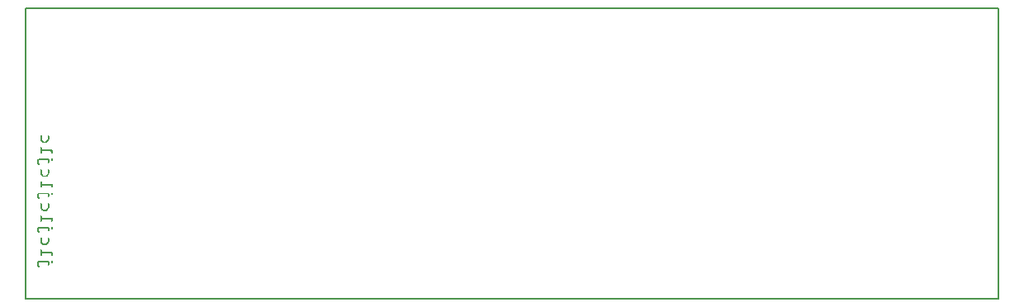
<source format=gbo>
G04 MADE WITH FRITZING*
G04 WWW.FRITZING.ORG*
G04 DOUBLE SIDED*
G04 HOLES PLATED*
G04 CONTOUR ON CENTER OF CONTOUR VECTOR*
%ASAXBY*%
%FSLAX23Y23*%
%MOIN*%
%OFA0B0*%
%SFA1.0B1.0*%
%ADD10R,3.937010X1.181100X3.921010X1.165100*%
%ADD11C,0.008000*%
%ADD12R,0.001000X0.001000*%
%LNSILK0*%
G90*
G70*
G54D11*
X4Y1177D02*
X3933Y1177D01*
X3933Y4D01*
X4Y4D01*
X4Y1177D01*
D02*
G54D12*
X67Y664D02*
X68Y664D01*
X97Y664D02*
X97Y664D01*
X65Y663D02*
X69Y663D01*
X95Y663D02*
X99Y663D01*
X65Y662D02*
X70Y662D01*
X94Y662D02*
X99Y662D01*
X65Y661D02*
X70Y661D01*
X94Y661D02*
X100Y661D01*
X65Y660D02*
X70Y660D01*
X94Y660D02*
X100Y660D01*
X65Y659D02*
X70Y659D01*
X94Y659D02*
X100Y659D01*
X65Y658D02*
X70Y658D01*
X94Y658D02*
X100Y658D01*
X65Y657D02*
X70Y657D01*
X94Y657D02*
X100Y657D01*
X65Y656D02*
X70Y656D01*
X94Y656D02*
X100Y656D01*
X65Y655D02*
X70Y655D01*
X94Y655D02*
X100Y655D01*
X65Y654D02*
X70Y654D01*
X94Y654D02*
X100Y654D01*
X65Y653D02*
X70Y653D01*
X94Y653D02*
X100Y653D01*
X65Y652D02*
X70Y652D01*
X94Y652D02*
X100Y652D01*
X65Y651D02*
X70Y651D01*
X94Y651D02*
X100Y651D01*
X65Y650D02*
X70Y650D01*
X94Y650D02*
X100Y650D01*
X65Y649D02*
X70Y649D01*
X94Y649D02*
X100Y649D01*
X65Y648D02*
X70Y648D01*
X94Y648D02*
X100Y648D01*
X65Y647D02*
X70Y647D01*
X94Y647D02*
X100Y647D01*
X65Y646D02*
X70Y646D01*
X94Y646D02*
X99Y646D01*
X65Y645D02*
X71Y645D01*
X93Y645D02*
X99Y645D01*
X65Y644D02*
X72Y644D01*
X92Y644D02*
X99Y644D01*
X66Y643D02*
X73Y643D01*
X91Y643D02*
X98Y643D01*
X66Y642D02*
X74Y642D01*
X90Y642D02*
X98Y642D01*
X67Y641D02*
X75Y641D01*
X90Y641D02*
X97Y641D01*
X68Y640D02*
X75Y640D01*
X89Y640D02*
X96Y640D01*
X69Y639D02*
X78Y639D01*
X86Y639D02*
X95Y639D01*
X70Y638D02*
X95Y638D01*
X71Y637D02*
X94Y637D01*
X71Y636D02*
X93Y636D01*
X72Y635D02*
X92Y635D01*
X74Y634D02*
X90Y634D01*
X76Y633D02*
X88Y633D01*
X67Y615D02*
X67Y615D01*
X65Y614D02*
X69Y614D01*
X65Y613D02*
X70Y613D01*
X65Y612D02*
X70Y612D01*
X65Y611D02*
X70Y611D01*
X65Y610D02*
X70Y610D01*
X65Y609D02*
X70Y609D01*
X65Y608D02*
X70Y608D01*
X65Y607D02*
X70Y607D01*
X65Y606D02*
X70Y606D01*
X65Y605D02*
X112Y605D01*
X65Y604D02*
X113Y604D01*
X65Y603D02*
X113Y603D01*
X65Y602D02*
X113Y602D01*
X65Y601D02*
X113Y601D01*
X65Y600D02*
X113Y600D01*
X65Y599D02*
X70Y599D01*
X107Y599D02*
X113Y599D01*
X65Y598D02*
X70Y598D01*
X108Y598D02*
X113Y598D01*
X65Y597D02*
X70Y597D01*
X108Y597D02*
X113Y597D01*
X65Y596D02*
X70Y596D01*
X108Y596D02*
X113Y596D01*
X65Y595D02*
X70Y595D01*
X108Y595D02*
X113Y595D01*
X65Y594D02*
X70Y594D01*
X108Y594D02*
X113Y594D01*
X65Y593D02*
X70Y593D01*
X108Y593D02*
X113Y593D01*
X65Y592D02*
X70Y592D01*
X108Y592D02*
X113Y592D01*
X65Y591D02*
X69Y591D01*
X108Y591D02*
X112Y591D01*
X67Y590D02*
X68Y590D01*
X110Y590D02*
X111Y590D01*
X58Y569D02*
X98Y569D01*
X110Y569D02*
X114Y569D01*
X56Y568D02*
X99Y568D01*
X108Y568D02*
X115Y568D01*
X54Y567D02*
X99Y567D01*
X108Y567D02*
X115Y567D01*
X53Y566D02*
X100Y566D01*
X108Y566D02*
X116Y566D01*
X53Y565D02*
X100Y565D01*
X108Y565D02*
X116Y565D01*
X52Y564D02*
X100Y564D01*
X108Y564D02*
X116Y564D01*
X52Y563D02*
X100Y563D01*
X108Y563D02*
X116Y563D01*
X51Y562D02*
X58Y562D01*
X94Y562D02*
X100Y562D01*
X108Y562D02*
X115Y562D01*
X51Y561D02*
X57Y561D01*
X94Y561D02*
X100Y561D01*
X108Y561D02*
X115Y561D01*
X51Y560D02*
X57Y560D01*
X94Y560D02*
X100Y560D01*
X110Y560D02*
X114Y560D01*
X51Y559D02*
X57Y559D01*
X94Y559D02*
X100Y559D01*
X51Y558D02*
X57Y558D01*
X94Y558D02*
X100Y558D01*
X51Y557D02*
X57Y557D01*
X94Y557D02*
X100Y557D01*
X51Y556D02*
X57Y556D01*
X94Y556D02*
X100Y556D01*
X51Y555D02*
X57Y555D01*
X94Y555D02*
X100Y555D01*
X51Y554D02*
X57Y554D01*
X94Y554D02*
X100Y554D01*
X51Y553D02*
X57Y553D01*
X94Y553D02*
X99Y553D01*
X51Y552D02*
X57Y552D01*
X95Y552D02*
X99Y552D01*
X52Y551D02*
X58Y551D01*
X95Y551D02*
X98Y551D01*
X52Y550D02*
X60Y550D01*
X52Y549D02*
X61Y549D01*
X53Y548D02*
X62Y548D01*
X54Y547D02*
X62Y547D01*
X55Y546D02*
X62Y546D01*
X56Y545D02*
X61Y545D01*
X66Y526D02*
X69Y526D01*
X96Y526D02*
X98Y526D01*
X65Y525D02*
X69Y525D01*
X95Y525D02*
X99Y525D01*
X65Y524D02*
X70Y524D01*
X94Y524D02*
X99Y524D01*
X65Y523D02*
X70Y523D01*
X94Y523D02*
X100Y523D01*
X65Y522D02*
X70Y522D01*
X94Y522D02*
X100Y522D01*
X65Y521D02*
X70Y521D01*
X94Y521D02*
X100Y521D01*
X65Y520D02*
X70Y520D01*
X94Y520D02*
X100Y520D01*
X65Y519D02*
X70Y519D01*
X94Y519D02*
X100Y519D01*
X65Y518D02*
X70Y518D01*
X94Y518D02*
X100Y518D01*
X65Y517D02*
X70Y517D01*
X94Y517D02*
X100Y517D01*
X65Y516D02*
X70Y516D01*
X94Y516D02*
X100Y516D01*
X65Y515D02*
X70Y515D01*
X94Y515D02*
X100Y515D01*
X65Y514D02*
X70Y514D01*
X94Y514D02*
X100Y514D01*
X65Y513D02*
X70Y513D01*
X94Y513D02*
X100Y513D01*
X65Y512D02*
X70Y512D01*
X94Y512D02*
X100Y512D01*
X65Y511D02*
X70Y511D01*
X94Y511D02*
X100Y511D01*
X65Y510D02*
X70Y510D01*
X94Y510D02*
X100Y510D01*
X65Y509D02*
X70Y509D01*
X94Y509D02*
X99Y509D01*
X65Y508D02*
X71Y508D01*
X93Y508D02*
X99Y508D01*
X65Y507D02*
X72Y507D01*
X93Y507D02*
X99Y507D01*
X65Y506D02*
X72Y506D01*
X92Y506D02*
X99Y506D01*
X66Y505D02*
X73Y505D01*
X91Y505D02*
X98Y505D01*
X67Y504D02*
X74Y504D01*
X90Y504D02*
X98Y504D01*
X67Y503D02*
X75Y503D01*
X89Y503D02*
X97Y503D01*
X68Y502D02*
X76Y502D01*
X88Y502D02*
X96Y502D01*
X69Y501D02*
X95Y501D01*
X70Y500D02*
X94Y500D01*
X71Y499D02*
X93Y499D01*
X72Y498D02*
X92Y498D01*
X73Y497D02*
X91Y497D01*
X75Y496D02*
X90Y496D01*
X66Y477D02*
X68Y477D01*
X65Y476D02*
X69Y476D01*
X65Y475D02*
X70Y475D01*
X65Y474D02*
X70Y474D01*
X65Y473D02*
X70Y473D01*
X65Y472D02*
X70Y472D01*
X65Y471D02*
X70Y471D01*
X65Y470D02*
X70Y470D01*
X65Y469D02*
X70Y469D01*
X65Y468D02*
X111Y468D01*
X65Y467D02*
X112Y467D01*
X65Y466D02*
X113Y466D01*
X65Y465D02*
X113Y465D01*
X65Y464D02*
X113Y464D01*
X65Y463D02*
X113Y463D01*
X65Y462D02*
X113Y462D01*
X65Y461D02*
X70Y461D01*
X108Y461D02*
X113Y461D01*
X65Y460D02*
X70Y460D01*
X108Y460D02*
X113Y460D01*
X65Y459D02*
X70Y459D01*
X108Y459D02*
X113Y459D01*
X65Y458D02*
X70Y458D01*
X108Y458D02*
X113Y458D01*
X65Y457D02*
X70Y457D01*
X108Y457D02*
X113Y457D01*
X65Y456D02*
X70Y456D01*
X108Y456D02*
X113Y456D01*
X65Y455D02*
X70Y455D01*
X108Y455D02*
X113Y455D01*
X65Y454D02*
X69Y454D01*
X108Y454D02*
X113Y454D01*
X66Y453D02*
X69Y453D01*
X109Y453D02*
X112Y453D01*
X57Y431D02*
X98Y431D01*
X109Y431D02*
X114Y431D01*
X55Y430D02*
X99Y430D01*
X108Y430D02*
X115Y430D01*
X54Y429D02*
X99Y429D01*
X108Y429D02*
X116Y429D01*
X53Y428D02*
X100Y428D01*
X108Y428D02*
X116Y428D01*
X52Y427D02*
X100Y427D01*
X108Y427D02*
X116Y427D01*
X52Y426D02*
X100Y426D01*
X108Y426D02*
X116Y426D01*
X52Y425D02*
X58Y425D01*
X94Y425D02*
X100Y425D01*
X108Y425D02*
X116Y425D01*
X51Y424D02*
X57Y424D01*
X94Y424D02*
X100Y424D01*
X108Y424D02*
X115Y424D01*
X51Y423D02*
X57Y423D01*
X94Y423D02*
X100Y423D01*
X109Y423D02*
X115Y423D01*
X51Y422D02*
X57Y422D01*
X94Y422D02*
X100Y422D01*
X51Y421D02*
X57Y421D01*
X94Y421D02*
X100Y421D01*
X51Y420D02*
X57Y420D01*
X94Y420D02*
X100Y420D01*
X51Y419D02*
X57Y419D01*
X94Y419D02*
X100Y419D01*
X51Y418D02*
X57Y418D01*
X94Y418D02*
X100Y418D01*
X51Y417D02*
X57Y417D01*
X94Y417D02*
X100Y417D01*
X51Y416D02*
X57Y416D01*
X94Y416D02*
X100Y416D01*
X51Y415D02*
X57Y415D01*
X94Y415D02*
X99Y415D01*
X51Y414D02*
X57Y414D01*
X95Y414D02*
X99Y414D01*
X52Y413D02*
X59Y413D01*
X96Y413D02*
X97Y413D01*
X52Y412D02*
X61Y412D01*
X53Y411D02*
X62Y411D01*
X53Y410D02*
X62Y410D01*
X54Y409D02*
X62Y409D01*
X55Y408D02*
X61Y408D01*
X57Y407D02*
X60Y407D01*
X67Y389D02*
X67Y389D01*
X97Y389D02*
X97Y389D01*
X65Y388D02*
X69Y388D01*
X95Y388D02*
X99Y388D01*
X65Y387D02*
X70Y387D01*
X94Y387D02*
X99Y387D01*
X65Y386D02*
X70Y386D01*
X94Y386D02*
X100Y386D01*
X65Y385D02*
X70Y385D01*
X94Y385D02*
X100Y385D01*
X65Y384D02*
X70Y384D01*
X94Y384D02*
X100Y384D01*
X65Y383D02*
X70Y383D01*
X94Y383D02*
X100Y383D01*
X65Y382D02*
X70Y382D01*
X94Y382D02*
X100Y382D01*
X65Y381D02*
X70Y381D01*
X94Y381D02*
X100Y381D01*
X65Y380D02*
X70Y380D01*
X94Y380D02*
X100Y380D01*
X65Y379D02*
X70Y379D01*
X94Y379D02*
X100Y379D01*
X65Y378D02*
X70Y378D01*
X94Y378D02*
X100Y378D01*
X65Y377D02*
X70Y377D01*
X94Y377D02*
X100Y377D01*
X65Y376D02*
X70Y376D01*
X94Y376D02*
X100Y376D01*
X65Y375D02*
X70Y375D01*
X94Y375D02*
X100Y375D01*
X65Y374D02*
X70Y374D01*
X94Y374D02*
X100Y374D01*
X65Y373D02*
X70Y373D01*
X94Y373D02*
X100Y373D01*
X65Y372D02*
X70Y372D01*
X94Y372D02*
X100Y372D01*
X65Y371D02*
X70Y371D01*
X94Y371D02*
X99Y371D01*
X65Y370D02*
X71Y370D01*
X93Y370D02*
X99Y370D01*
X65Y369D02*
X72Y369D01*
X92Y369D02*
X99Y369D01*
X66Y368D02*
X73Y368D01*
X91Y368D02*
X98Y368D01*
X66Y367D02*
X74Y367D01*
X90Y367D02*
X98Y367D01*
X67Y366D02*
X74Y366D01*
X90Y366D02*
X97Y366D01*
X68Y365D02*
X75Y365D01*
X89Y365D02*
X96Y365D01*
X69Y364D02*
X77Y364D01*
X87Y364D02*
X96Y364D01*
X70Y363D02*
X95Y363D01*
X70Y362D02*
X94Y362D01*
X71Y361D02*
X93Y361D01*
X72Y360D02*
X92Y360D01*
X74Y359D02*
X90Y359D01*
X76Y358D02*
X88Y358D01*
X67Y340D02*
X67Y340D01*
X65Y339D02*
X69Y339D01*
X65Y338D02*
X70Y338D01*
X65Y337D02*
X70Y337D01*
X65Y336D02*
X70Y336D01*
X65Y335D02*
X70Y335D01*
X65Y334D02*
X70Y334D01*
X65Y333D02*
X70Y333D01*
X65Y332D02*
X70Y332D01*
X65Y331D02*
X70Y331D01*
X65Y330D02*
X112Y330D01*
X65Y329D02*
X113Y329D01*
X65Y328D02*
X113Y328D01*
X65Y327D02*
X113Y327D01*
X65Y326D02*
X113Y326D01*
X65Y325D02*
X113Y325D01*
X65Y324D02*
X70Y324D01*
X107Y324D02*
X113Y324D01*
X65Y323D02*
X70Y323D01*
X108Y323D02*
X113Y323D01*
X65Y322D02*
X70Y322D01*
X108Y322D02*
X113Y322D01*
X65Y321D02*
X70Y321D01*
X108Y321D02*
X113Y321D01*
X65Y320D02*
X70Y320D01*
X108Y320D02*
X113Y320D01*
X65Y319D02*
X70Y319D01*
X108Y319D02*
X113Y319D01*
X65Y318D02*
X70Y318D01*
X108Y318D02*
X113Y318D01*
X65Y317D02*
X70Y317D01*
X108Y317D02*
X113Y317D01*
X65Y316D02*
X69Y316D01*
X108Y316D02*
X112Y316D01*
X67Y315D02*
X68Y315D01*
X110Y315D02*
X111Y315D01*
X59Y294D02*
X97Y294D01*
X110Y294D02*
X114Y294D01*
X56Y293D02*
X99Y293D01*
X108Y293D02*
X115Y293D01*
X55Y292D02*
X99Y292D01*
X108Y292D02*
X115Y292D01*
X54Y291D02*
X100Y291D01*
X108Y291D02*
X116Y291D01*
X53Y290D02*
X100Y290D01*
X108Y290D02*
X116Y290D01*
X52Y289D02*
X100Y289D01*
X108Y289D02*
X116Y289D01*
X52Y288D02*
X100Y288D01*
X108Y288D02*
X116Y288D01*
X51Y287D02*
X58Y287D01*
X94Y287D02*
X100Y287D01*
X108Y287D02*
X116Y287D01*
X51Y286D02*
X57Y286D01*
X94Y286D02*
X100Y286D01*
X108Y286D02*
X115Y286D01*
X51Y285D02*
X57Y285D01*
X94Y285D02*
X100Y285D01*
X110Y285D02*
X114Y285D01*
X51Y284D02*
X57Y284D01*
X94Y284D02*
X100Y284D01*
X51Y283D02*
X57Y283D01*
X94Y283D02*
X100Y283D01*
X51Y282D02*
X57Y282D01*
X94Y282D02*
X100Y282D01*
X51Y281D02*
X57Y281D01*
X94Y281D02*
X100Y281D01*
X51Y280D02*
X57Y280D01*
X94Y280D02*
X100Y280D01*
X51Y279D02*
X57Y279D01*
X94Y279D02*
X100Y279D01*
X51Y278D02*
X57Y278D01*
X94Y278D02*
X99Y278D01*
X51Y277D02*
X57Y277D01*
X95Y277D02*
X99Y277D01*
X51Y276D02*
X58Y276D01*
X95Y276D02*
X98Y276D01*
X52Y275D02*
X60Y275D01*
X52Y274D02*
X61Y274D01*
X53Y273D02*
X62Y273D01*
X54Y272D02*
X62Y272D01*
X55Y271D02*
X62Y271D01*
X56Y270D02*
X61Y270D01*
X59Y269D02*
X59Y269D01*
X66Y251D02*
X68Y251D01*
X96Y251D02*
X98Y251D01*
X65Y250D02*
X69Y250D01*
X95Y250D02*
X99Y250D01*
X65Y249D02*
X70Y249D01*
X94Y249D02*
X99Y249D01*
X65Y248D02*
X70Y248D01*
X94Y248D02*
X100Y248D01*
X65Y247D02*
X70Y247D01*
X94Y247D02*
X100Y247D01*
X65Y246D02*
X70Y246D01*
X94Y246D02*
X100Y246D01*
X65Y245D02*
X70Y245D01*
X94Y245D02*
X100Y245D01*
X65Y244D02*
X70Y244D01*
X94Y244D02*
X100Y244D01*
X65Y243D02*
X70Y243D01*
X94Y243D02*
X100Y243D01*
X65Y242D02*
X70Y242D01*
X94Y242D02*
X100Y242D01*
X65Y241D02*
X70Y241D01*
X94Y241D02*
X100Y241D01*
X65Y240D02*
X70Y240D01*
X94Y240D02*
X100Y240D01*
X65Y239D02*
X70Y239D01*
X94Y239D02*
X100Y239D01*
X65Y238D02*
X70Y238D01*
X94Y238D02*
X100Y238D01*
X65Y237D02*
X70Y237D01*
X94Y237D02*
X100Y237D01*
X65Y236D02*
X70Y236D01*
X94Y236D02*
X100Y236D01*
X65Y235D02*
X70Y235D01*
X94Y235D02*
X100Y235D01*
X65Y234D02*
X70Y234D01*
X94Y234D02*
X99Y234D01*
X65Y233D02*
X71Y233D01*
X93Y233D02*
X99Y233D01*
X65Y232D02*
X71Y232D01*
X93Y232D02*
X99Y232D01*
X65Y231D02*
X72Y231D01*
X92Y231D02*
X99Y231D01*
X66Y230D02*
X73Y230D01*
X91Y230D02*
X98Y230D01*
X67Y229D02*
X74Y229D01*
X90Y229D02*
X98Y229D01*
X67Y228D02*
X75Y228D01*
X89Y228D02*
X97Y228D01*
X68Y227D02*
X76Y227D01*
X88Y227D02*
X96Y227D01*
X69Y226D02*
X95Y226D01*
X70Y225D02*
X94Y225D01*
X71Y224D02*
X93Y224D01*
X72Y223D02*
X92Y223D01*
X73Y222D02*
X91Y222D01*
X74Y221D02*
X90Y221D01*
X78Y220D02*
X86Y220D01*
X66Y202D02*
X68Y202D01*
X65Y201D02*
X69Y201D01*
X65Y200D02*
X70Y200D01*
X65Y199D02*
X70Y199D01*
X65Y198D02*
X70Y198D01*
X65Y197D02*
X70Y197D01*
X65Y196D02*
X70Y196D01*
X65Y195D02*
X70Y195D01*
X65Y194D02*
X70Y194D01*
X65Y193D02*
X110Y193D01*
X65Y192D02*
X112Y192D01*
X65Y191D02*
X113Y191D01*
X65Y190D02*
X113Y190D01*
X65Y189D02*
X113Y189D01*
X65Y188D02*
X113Y188D01*
X65Y187D02*
X113Y187D01*
X65Y186D02*
X70Y186D01*
X108Y186D02*
X113Y186D01*
X65Y185D02*
X70Y185D01*
X108Y185D02*
X113Y185D01*
X65Y184D02*
X70Y184D01*
X108Y184D02*
X113Y184D01*
X65Y183D02*
X70Y183D01*
X108Y183D02*
X113Y183D01*
X65Y182D02*
X70Y182D01*
X108Y182D02*
X113Y182D01*
X65Y181D02*
X70Y181D01*
X108Y181D02*
X113Y181D01*
X65Y180D02*
X70Y180D01*
X108Y180D02*
X113Y180D01*
X65Y179D02*
X70Y179D01*
X108Y179D02*
X113Y179D01*
X66Y178D02*
X69Y178D01*
X109Y178D02*
X112Y178D01*
X57Y156D02*
X98Y156D01*
X109Y156D02*
X114Y156D01*
X55Y155D02*
X99Y155D01*
X108Y155D02*
X115Y155D01*
X54Y154D02*
X99Y154D01*
X108Y154D02*
X116Y154D01*
X53Y153D02*
X100Y153D01*
X108Y153D02*
X116Y153D01*
X52Y152D02*
X100Y152D01*
X108Y152D02*
X116Y152D01*
X52Y151D02*
X100Y151D01*
X108Y151D02*
X116Y151D01*
X52Y150D02*
X58Y150D01*
X94Y150D02*
X100Y150D01*
X108Y150D02*
X116Y150D01*
X51Y149D02*
X57Y149D01*
X94Y149D02*
X100Y149D01*
X108Y149D02*
X115Y149D01*
X51Y148D02*
X57Y148D01*
X94Y148D02*
X100Y148D01*
X109Y148D02*
X115Y148D01*
X51Y147D02*
X57Y147D01*
X94Y147D02*
X100Y147D01*
X51Y146D02*
X57Y146D01*
X94Y146D02*
X100Y146D01*
X51Y145D02*
X57Y145D01*
X94Y145D02*
X100Y145D01*
X51Y144D02*
X57Y144D01*
X94Y144D02*
X100Y144D01*
X51Y143D02*
X57Y143D01*
X94Y143D02*
X100Y143D01*
X51Y142D02*
X57Y142D01*
X94Y142D02*
X100Y142D01*
X51Y141D02*
X57Y141D01*
X94Y141D02*
X100Y141D01*
X51Y140D02*
X57Y140D01*
X94Y140D02*
X99Y140D01*
X51Y139D02*
X57Y139D01*
X95Y139D02*
X99Y139D01*
X52Y138D02*
X59Y138D01*
X96Y138D02*
X98Y138D01*
X52Y137D02*
X60Y137D01*
X53Y136D02*
X62Y136D01*
X53Y135D02*
X62Y135D01*
X54Y134D02*
X62Y134D01*
X55Y133D02*
X61Y133D01*
X57Y132D02*
X60Y132D01*
D02*
G04 End of Silk0*
M02*
</source>
